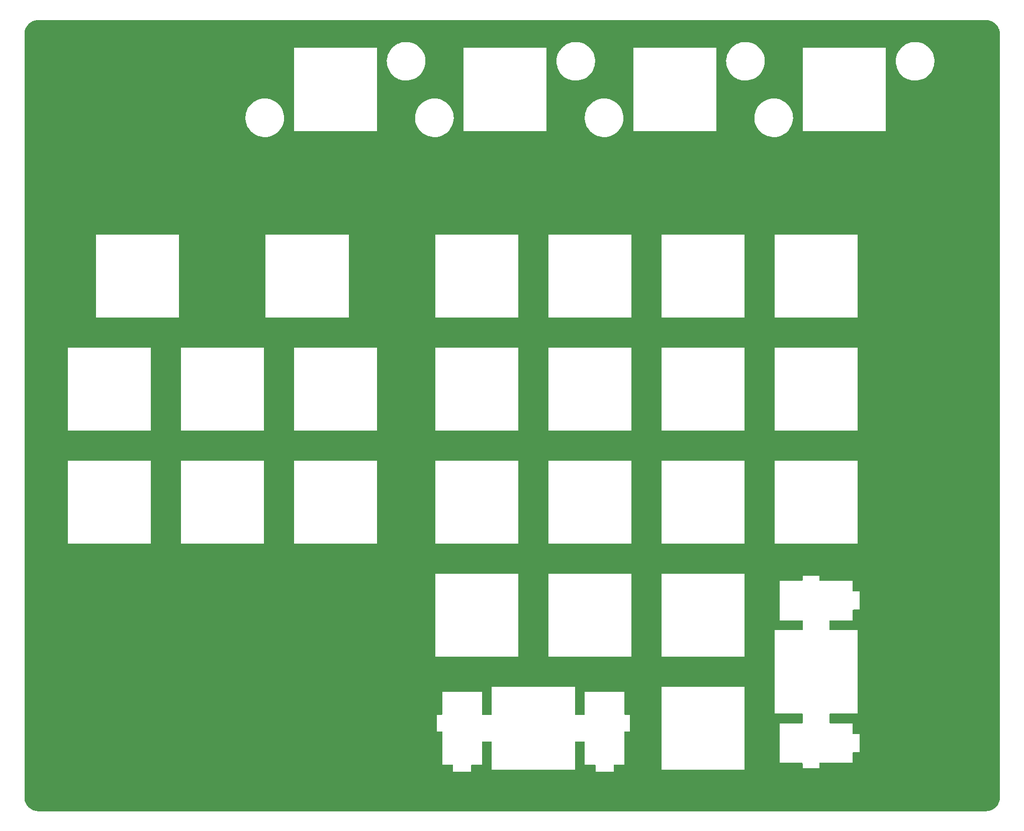
<source format=gbr>
%TF.GenerationSoftware,KiCad,Pcbnew,(7.0.0)*%
%TF.CreationDate,2023-04-09T14:12:24-07:00*%
%TF.ProjectId,SidecarXE85-plate,53696465-6361-4725-9845-38352d706c61,rev?*%
%TF.SameCoordinates,Original*%
%TF.FileFunction,Copper,L2,Bot*%
%TF.FilePolarity,Positive*%
%FSLAX46Y46*%
G04 Gerber Fmt 4.6, Leading zero omitted, Abs format (unit mm)*
G04 Created by KiCad (PCBNEW (7.0.0)) date 2023-04-09 14:12:24*
%MOMM*%
%LPD*%
G01*
G04 APERTURE LIST*
G04 APERTURE END LIST*
%TA.AperFunction,Conductor*%
%TO.N,GND*%
G36*
X185741235Y-28575726D02*
G01*
X185758225Y-28576753D01*
X185833310Y-28581295D01*
X185833577Y-28581312D01*
X186025791Y-28593941D01*
X186039994Y-28595702D01*
X186162762Y-28618200D01*
X186164562Y-28618544D01*
X186320791Y-28649620D01*
X186333435Y-28652837D01*
X186460125Y-28692315D01*
X186462881Y-28693213D01*
X186606385Y-28741925D01*
X186617411Y-28746266D01*
X186741168Y-28801964D01*
X186745044Y-28803791D01*
X186878115Y-28869414D01*
X186887421Y-28874509D01*
X187004837Y-28945488D01*
X187009559Y-28948490D01*
X187131729Y-29030120D01*
X187139270Y-29035582D01*
X187247876Y-29120667D01*
X187253135Y-29125028D01*
X187363143Y-29221500D01*
X187369040Y-29227024D01*
X187466727Y-29324708D01*
X187472274Y-29330630D01*
X187568733Y-29440618D01*
X187573116Y-29445904D01*
X187658173Y-29554469D01*
X187663664Y-29562051D01*
X187745277Y-29684190D01*
X187748292Y-29688931D01*
X187819259Y-29806322D01*
X187824354Y-29815627D01*
X187889972Y-29948679D01*
X187891836Y-29952633D01*
X187947514Y-30076342D01*
X187951858Y-30087374D01*
X188000536Y-30230768D01*
X188001501Y-30233735D01*
X188040940Y-30360288D01*
X188044173Y-30372988D01*
X188075236Y-30529142D01*
X188075587Y-30530981D01*
X188098081Y-30653714D01*
X188099847Y-30667955D01*
X188112881Y-30866745D01*
X188112921Y-30867368D01*
X188118024Y-30951694D01*
X188118250Y-30959184D01*
X188118250Y-159539995D01*
X188118024Y-159547486D01*
X188112083Y-159645654D01*
X188112045Y-159646256D01*
X188099949Y-159831201D01*
X188098182Y-159845461D01*
X188074353Y-159975481D01*
X188074001Y-159977322D01*
X188044402Y-160126106D01*
X188041170Y-160138804D01*
X188000288Y-160269992D01*
X187999322Y-160272961D01*
X187952239Y-160411654D01*
X187947895Y-160422685D01*
X187890620Y-160549941D01*
X187888756Y-160553895D01*
X187824919Y-160683338D01*
X187819824Y-160692643D01*
X187747091Y-160812956D01*
X187744076Y-160817697D01*
X187664452Y-160936859D01*
X187658960Y-160944442D01*
X187571947Y-161055502D01*
X187567566Y-161060787D01*
X187473330Y-161168241D01*
X187467782Y-161174163D01*
X187367932Y-161274011D01*
X187362010Y-161279558D01*
X187254542Y-161373803D01*
X187249256Y-161378186D01*
X187138209Y-161465184D01*
X187130627Y-161470675D01*
X187011433Y-161550317D01*
X187006692Y-161553331D01*
X186886409Y-161626044D01*
X186877103Y-161631140D01*
X186747638Y-161694984D01*
X186743686Y-161696847D01*
X186616442Y-161754114D01*
X186605408Y-161758458D01*
X186466690Y-161805545D01*
X186463723Y-161806511D01*
X186332555Y-161847384D01*
X186319856Y-161850615D01*
X186171090Y-161880206D01*
X186169250Y-161880558D01*
X186039185Y-161904393D01*
X186024944Y-161906159D01*
X185846568Y-161917850D01*
X185845946Y-161917889D01*
X185740410Y-161924274D01*
X185732922Y-161924500D01*
X26197501Y-161924500D01*
X26190015Y-161924274D01*
X26183272Y-161923866D01*
X26095223Y-161918539D01*
X26094602Y-161918500D01*
X25905872Y-161906130D01*
X25891630Y-161904364D01*
X25765244Y-161881203D01*
X25763405Y-161880851D01*
X25610939Y-161850524D01*
X25598239Y-161847292D01*
X25469357Y-161807130D01*
X25466390Y-161806164D01*
X25325360Y-161758291D01*
X25314327Y-161753948D01*
X25188830Y-161697467D01*
X25184877Y-161695603D01*
X25053641Y-161630884D01*
X25044336Y-161625789D01*
X24925477Y-161553937D01*
X24920735Y-161550922D01*
X24800082Y-161470304D01*
X24792499Y-161464812D01*
X24682685Y-161378777D01*
X24677401Y-161374396D01*
X24568681Y-161279052D01*
X24562758Y-161273504D01*
X24463994Y-161174740D01*
X24458446Y-161168817D01*
X24363102Y-161060097D01*
X24358721Y-161054813D01*
X24272686Y-160944999D01*
X24267194Y-160937416D01*
X24266822Y-160936859D01*
X24186559Y-160816737D01*
X24183561Y-160812021D01*
X24111709Y-160693162D01*
X24106614Y-160683857D01*
X24106358Y-160683338D01*
X24041875Y-160552578D01*
X24040051Y-160548711D01*
X23983549Y-160423169D01*
X23979207Y-160412138D01*
X23931334Y-160271108D01*
X23930368Y-160268141D01*
X23921349Y-160239201D01*
X23890203Y-160139249D01*
X23886977Y-160126571D01*
X23856635Y-159974030D01*
X23856295Y-159972254D01*
X23833134Y-159845868D01*
X23831369Y-159831626D01*
X23818998Y-159642885D01*
X23818970Y-159642452D01*
X23813225Y-159547485D01*
X23813000Y-159540001D01*
X23813000Y-148463000D01*
X93320559Y-148463000D01*
X93320600Y-148463099D01*
X93320717Y-148463383D01*
X93321100Y-148463541D01*
X93321199Y-148463500D01*
X94083000Y-148463500D01*
X94145000Y-148480113D01*
X94190387Y-148525500D01*
X94207000Y-148587500D01*
X94207000Y-154101701D01*
X94206959Y-154101800D01*
X94207000Y-154101899D01*
X94207117Y-154102183D01*
X94207500Y-154102341D01*
X94207599Y-154102300D01*
X95889000Y-154102300D01*
X95951000Y-154118913D01*
X95996387Y-154164300D01*
X96013000Y-154226300D01*
X96013000Y-155270101D01*
X96012959Y-155270200D01*
X96013000Y-155270299D01*
X96013117Y-155270583D01*
X96013500Y-155270741D01*
X96013599Y-155270700D01*
X99061401Y-155270700D01*
X99061500Y-155270741D01*
X99061883Y-155270583D01*
X99062000Y-155270299D01*
X99062041Y-155270200D01*
X99062000Y-155270101D01*
X99062000Y-154226300D01*
X99078613Y-154164300D01*
X99124000Y-154118913D01*
X99186000Y-154102300D01*
X100867401Y-154102300D01*
X100867500Y-154102341D01*
X100867883Y-154102183D01*
X100868000Y-154101899D01*
X100868041Y-154101800D01*
X100868000Y-154101701D01*
X100868000Y-150329500D01*
X100884613Y-150267500D01*
X100930000Y-150222113D01*
X100992000Y-150205500D01*
X102413000Y-150205500D01*
X102475000Y-150222113D01*
X102520387Y-150267500D01*
X102537000Y-150329500D01*
X102537000Y-154954901D01*
X102536959Y-154955000D01*
X102537000Y-154955099D01*
X102537117Y-154955383D01*
X102537500Y-154955541D01*
X102537599Y-154955500D01*
X116537401Y-154955500D01*
X116537500Y-154955541D01*
X116537883Y-154955383D01*
X116538000Y-154955099D01*
X116538041Y-154955000D01*
X116538000Y-154954901D01*
X116538000Y-150329500D01*
X116554613Y-150267500D01*
X116600000Y-150222113D01*
X116662000Y-150205500D01*
X118083000Y-150205500D01*
X118145000Y-150222113D01*
X118190387Y-150267500D01*
X118207000Y-150329500D01*
X118207000Y-154101701D01*
X118206959Y-154101800D01*
X118207000Y-154101899D01*
X118207117Y-154102183D01*
X118207500Y-154102341D01*
X118207599Y-154102300D01*
X119889000Y-154102300D01*
X119951000Y-154118913D01*
X119996387Y-154164300D01*
X120013000Y-154226300D01*
X120013000Y-155270101D01*
X120012959Y-155270200D01*
X120013000Y-155270299D01*
X120013117Y-155270583D01*
X120013500Y-155270741D01*
X120013599Y-155270700D01*
X123061401Y-155270700D01*
X123061500Y-155270741D01*
X123061883Y-155270583D01*
X123062000Y-155270299D01*
X123062041Y-155270200D01*
X123062000Y-155270101D01*
X123062000Y-154955000D01*
X131111959Y-154955000D01*
X131112000Y-154955099D01*
X131112117Y-154955383D01*
X131112500Y-154955541D01*
X131112599Y-154955500D01*
X145112401Y-154955500D01*
X145112500Y-154955541D01*
X145112883Y-154955383D01*
X145113000Y-154955099D01*
X145113041Y-154955000D01*
X145113000Y-154954901D01*
X145113000Y-145430000D01*
X150161959Y-145430000D01*
X150162000Y-145430099D01*
X150162117Y-145430383D01*
X150162500Y-145430541D01*
X150162599Y-145430500D01*
X154788000Y-145430500D01*
X154850000Y-145447113D01*
X154895387Y-145492500D01*
X154912000Y-145554500D01*
X154912000Y-146975500D01*
X154895387Y-147037500D01*
X154850000Y-147082887D01*
X154788000Y-147099500D01*
X151015799Y-147099500D01*
X151015700Y-147099459D01*
X151015601Y-147099500D01*
X151015317Y-147099617D01*
X151015159Y-147100000D01*
X151015200Y-147100099D01*
X151015200Y-153759901D01*
X151015159Y-153760000D01*
X151015200Y-153760099D01*
X151015317Y-153760383D01*
X151015700Y-153760541D01*
X151015799Y-153760500D01*
X154752000Y-153760500D01*
X154814000Y-153777113D01*
X154859387Y-153822500D01*
X154876000Y-153884500D01*
X154876000Y-154646301D01*
X154875959Y-154646400D01*
X154876000Y-154646499D01*
X154876117Y-154646783D01*
X154876500Y-154646941D01*
X154876599Y-154646900D01*
X157670401Y-154646900D01*
X157670500Y-154646941D01*
X157670883Y-154646783D01*
X157671000Y-154646499D01*
X157671041Y-154646400D01*
X157671000Y-154646301D01*
X157671000Y-153884500D01*
X157687613Y-153822500D01*
X157733000Y-153777113D01*
X157795000Y-153760500D01*
X163309201Y-153760500D01*
X163309300Y-153760541D01*
X163309683Y-153760383D01*
X163309800Y-153760099D01*
X163309841Y-153760000D01*
X163309800Y-153759901D01*
X163309800Y-152078500D01*
X163326413Y-152016500D01*
X163371800Y-151971113D01*
X163433800Y-151954500D01*
X164477601Y-151954500D01*
X164477700Y-151954541D01*
X164478083Y-151954383D01*
X164478200Y-151954099D01*
X164478241Y-151954000D01*
X164478200Y-151953901D01*
X164478200Y-148906099D01*
X164478241Y-148906000D01*
X164478083Y-148905617D01*
X164477799Y-148905500D01*
X164477700Y-148905459D01*
X164477601Y-148905500D01*
X163433800Y-148905500D01*
X163371800Y-148888887D01*
X163326413Y-148843500D01*
X163309800Y-148781500D01*
X163309800Y-147112025D01*
X163309800Y-147100099D01*
X163309841Y-147100000D01*
X163309683Y-147099617D01*
X163309399Y-147099500D01*
X163309300Y-147099459D01*
X163309201Y-147099500D01*
X159537000Y-147099500D01*
X159475000Y-147082887D01*
X159429613Y-147037500D01*
X159413000Y-146975500D01*
X159413000Y-145554500D01*
X159429613Y-145492500D01*
X159475000Y-145447113D01*
X159537000Y-145430500D01*
X164162401Y-145430500D01*
X164162500Y-145430541D01*
X164162883Y-145430383D01*
X164163000Y-145430099D01*
X164163041Y-145430000D01*
X164163000Y-145429901D01*
X164163000Y-131430099D01*
X164163041Y-131430000D01*
X164162883Y-131429617D01*
X164162599Y-131429500D01*
X164162500Y-131429459D01*
X164162401Y-131429500D01*
X159537000Y-131429500D01*
X159475000Y-131412887D01*
X159429613Y-131367500D01*
X159413000Y-131305500D01*
X159413000Y-129884500D01*
X159429613Y-129822500D01*
X159475000Y-129777113D01*
X159537000Y-129760500D01*
X163309201Y-129760500D01*
X163309300Y-129760541D01*
X163309683Y-129760383D01*
X163309800Y-129760099D01*
X163309841Y-129760000D01*
X163309800Y-129759901D01*
X163309800Y-128078500D01*
X163326413Y-128016500D01*
X163371800Y-127971113D01*
X163433800Y-127954500D01*
X164477601Y-127954500D01*
X164477700Y-127954541D01*
X164478083Y-127954383D01*
X164478200Y-127954099D01*
X164478241Y-127954000D01*
X164478200Y-127953901D01*
X164478200Y-124906099D01*
X164478241Y-124906000D01*
X164478083Y-124905617D01*
X164477799Y-124905500D01*
X164477700Y-124905459D01*
X164477601Y-124905500D01*
X163433800Y-124905500D01*
X163371800Y-124888887D01*
X163326413Y-124843500D01*
X163309800Y-124781500D01*
X163309800Y-123112025D01*
X163309800Y-123100099D01*
X163309841Y-123100000D01*
X163309683Y-123099617D01*
X163309399Y-123099500D01*
X163309300Y-123099459D01*
X163309201Y-123099500D01*
X157795000Y-123099500D01*
X157733000Y-123082887D01*
X157687613Y-123037500D01*
X157671000Y-122975500D01*
X157671000Y-122225625D01*
X157671000Y-122213699D01*
X157671041Y-122213600D01*
X157670883Y-122213217D01*
X157670599Y-122213100D01*
X157670500Y-122213059D01*
X157670401Y-122213100D01*
X154876599Y-122213100D01*
X154876500Y-122213059D01*
X154876401Y-122213100D01*
X154876117Y-122213217D01*
X154875959Y-122213600D01*
X154876000Y-122213699D01*
X154876000Y-122225625D01*
X154876000Y-122975500D01*
X154859387Y-123037500D01*
X154814000Y-123082887D01*
X154752000Y-123099500D01*
X151015799Y-123099500D01*
X151015700Y-123099459D01*
X151015601Y-123099500D01*
X151015317Y-123099617D01*
X151015159Y-123100000D01*
X151015200Y-123100099D01*
X151015200Y-129759901D01*
X151015159Y-129760000D01*
X151015200Y-129760099D01*
X151015317Y-129760383D01*
X151015700Y-129760541D01*
X151015799Y-129760500D01*
X154788000Y-129760500D01*
X154850000Y-129777113D01*
X154895387Y-129822500D01*
X154912000Y-129884500D01*
X154912000Y-131305500D01*
X154895387Y-131367500D01*
X154850000Y-131412887D01*
X154788000Y-131429500D01*
X150162599Y-131429500D01*
X150162500Y-131429459D01*
X150162401Y-131429500D01*
X150162117Y-131429617D01*
X150161959Y-131430000D01*
X150162000Y-131430099D01*
X150162000Y-145429901D01*
X150161959Y-145430000D01*
X145113000Y-145430000D01*
X145113000Y-140955099D01*
X145113041Y-140955000D01*
X145112883Y-140954617D01*
X145112599Y-140954500D01*
X145112500Y-140954459D01*
X145112401Y-140954500D01*
X131112599Y-140954500D01*
X131112500Y-140954459D01*
X131112401Y-140954500D01*
X131112117Y-140954617D01*
X131111959Y-140955000D01*
X131112000Y-140955099D01*
X131112000Y-154954901D01*
X131111959Y-154955000D01*
X123062000Y-154955000D01*
X123062000Y-154226300D01*
X123078613Y-154164300D01*
X123124000Y-154118913D01*
X123186000Y-154102300D01*
X124867401Y-154102300D01*
X124867500Y-154102341D01*
X124867883Y-154102183D01*
X124868000Y-154101899D01*
X124868041Y-154101800D01*
X124868000Y-154101701D01*
X124868000Y-148587500D01*
X124884613Y-148525500D01*
X124930000Y-148480113D01*
X124992000Y-148463500D01*
X125753801Y-148463500D01*
X125753900Y-148463541D01*
X125754283Y-148463383D01*
X125754400Y-148463099D01*
X125754441Y-148463000D01*
X125754400Y-148462901D01*
X125754400Y-145669099D01*
X125754441Y-145669000D01*
X125754283Y-145668617D01*
X125753999Y-145668500D01*
X125753900Y-145668459D01*
X125753801Y-145668500D01*
X124992000Y-145668500D01*
X124930000Y-145651887D01*
X124884613Y-145606500D01*
X124868000Y-145544500D01*
X124868000Y-141820225D01*
X124868000Y-141808299D01*
X124868041Y-141808200D01*
X124867883Y-141807817D01*
X124867599Y-141807700D01*
X124867500Y-141807659D01*
X124867401Y-141807700D01*
X118207599Y-141807700D01*
X118207500Y-141807659D01*
X118207401Y-141807700D01*
X118207117Y-141807817D01*
X118206959Y-141808200D01*
X118207000Y-141808299D01*
X118207000Y-141820225D01*
X118207000Y-145580500D01*
X118190387Y-145642500D01*
X118145000Y-145687887D01*
X118083000Y-145704500D01*
X116662000Y-145704500D01*
X116600000Y-145687887D01*
X116554613Y-145642500D01*
X116538000Y-145580500D01*
X116538000Y-140967025D01*
X116538000Y-140955099D01*
X116538041Y-140955000D01*
X116537883Y-140954617D01*
X116537599Y-140954500D01*
X116537500Y-140954459D01*
X116537401Y-140954500D01*
X102537599Y-140954500D01*
X102537500Y-140954459D01*
X102537401Y-140954500D01*
X102537117Y-140954617D01*
X102536959Y-140955000D01*
X102537000Y-140955099D01*
X102537000Y-140967025D01*
X102537000Y-145580500D01*
X102520387Y-145642500D01*
X102475000Y-145687887D01*
X102413000Y-145704500D01*
X100992000Y-145704500D01*
X100930000Y-145687887D01*
X100884613Y-145642500D01*
X100868000Y-145580500D01*
X100868000Y-141820225D01*
X100868000Y-141808299D01*
X100868041Y-141808200D01*
X100867883Y-141807817D01*
X100867599Y-141807700D01*
X100867500Y-141807659D01*
X100867401Y-141807700D01*
X94207599Y-141807700D01*
X94207500Y-141807659D01*
X94207401Y-141807700D01*
X94207117Y-141807817D01*
X94206959Y-141808200D01*
X94207000Y-141808299D01*
X94207000Y-141820225D01*
X94207000Y-145544500D01*
X94190387Y-145606500D01*
X94145000Y-145651887D01*
X94083000Y-145668500D01*
X93321199Y-145668500D01*
X93321100Y-145668459D01*
X93321001Y-145668500D01*
X93320717Y-145668617D01*
X93320559Y-145669000D01*
X93320600Y-145669099D01*
X93320600Y-148462901D01*
X93320559Y-148463000D01*
X23813000Y-148463000D01*
X23813000Y-135905000D01*
X93011959Y-135905000D01*
X93012000Y-135905099D01*
X93012117Y-135905383D01*
X93012500Y-135905541D01*
X93012599Y-135905500D01*
X107012401Y-135905500D01*
X107012500Y-135905541D01*
X107012883Y-135905383D01*
X107013000Y-135905099D01*
X107013041Y-135905000D01*
X112061959Y-135905000D01*
X112062000Y-135905099D01*
X112062117Y-135905383D01*
X112062500Y-135905541D01*
X112062599Y-135905500D01*
X126062401Y-135905500D01*
X126062500Y-135905541D01*
X126062883Y-135905383D01*
X126063000Y-135905099D01*
X126063041Y-135905000D01*
X131111959Y-135905000D01*
X131112000Y-135905099D01*
X131112117Y-135905383D01*
X131112500Y-135905541D01*
X131112599Y-135905500D01*
X145112401Y-135905500D01*
X145112500Y-135905541D01*
X145112883Y-135905383D01*
X145113000Y-135905099D01*
X145113041Y-135905000D01*
X145113000Y-135904901D01*
X145113000Y-121905099D01*
X145113041Y-121905000D01*
X145112883Y-121904617D01*
X145112599Y-121904500D01*
X145112500Y-121904459D01*
X145112401Y-121904500D01*
X131112599Y-121904500D01*
X131112500Y-121904459D01*
X131112401Y-121904500D01*
X131112117Y-121904617D01*
X131111959Y-121905000D01*
X131112000Y-121905099D01*
X131112000Y-135904901D01*
X131111959Y-135905000D01*
X126063041Y-135905000D01*
X126063000Y-135904901D01*
X126063000Y-121905099D01*
X126063041Y-121905000D01*
X126062883Y-121904617D01*
X126062599Y-121904500D01*
X126062500Y-121904459D01*
X126062401Y-121904500D01*
X112062599Y-121904500D01*
X112062500Y-121904459D01*
X112062401Y-121904500D01*
X112062117Y-121904617D01*
X112061959Y-121905000D01*
X112062000Y-121905099D01*
X112062000Y-135904901D01*
X112061959Y-135905000D01*
X107013041Y-135905000D01*
X107013000Y-135904901D01*
X107013000Y-121905099D01*
X107013041Y-121905000D01*
X107012883Y-121904617D01*
X107012599Y-121904500D01*
X107012500Y-121904459D01*
X107012401Y-121904500D01*
X93012599Y-121904500D01*
X93012500Y-121904459D01*
X93012401Y-121904500D01*
X93012117Y-121904617D01*
X93011959Y-121905000D01*
X93012000Y-121905099D01*
X93012000Y-135904901D01*
X93011959Y-135905000D01*
X23813000Y-135905000D01*
X23813000Y-116855000D01*
X31099459Y-116855000D01*
X31099500Y-116855099D01*
X31099617Y-116855383D01*
X31100000Y-116855541D01*
X31100099Y-116855500D01*
X45099901Y-116855500D01*
X45100000Y-116855541D01*
X45100383Y-116855383D01*
X45100500Y-116855099D01*
X45100541Y-116855000D01*
X50149459Y-116855000D01*
X50149500Y-116855099D01*
X50149617Y-116855383D01*
X50150000Y-116855541D01*
X50150099Y-116855500D01*
X64149901Y-116855500D01*
X64150000Y-116855541D01*
X64150383Y-116855383D01*
X64150500Y-116855099D01*
X64150541Y-116855000D01*
X69199459Y-116855000D01*
X69199500Y-116855099D01*
X69199617Y-116855383D01*
X69200000Y-116855541D01*
X69200099Y-116855500D01*
X83199901Y-116855500D01*
X83200000Y-116855541D01*
X83200383Y-116855383D01*
X83200500Y-116855099D01*
X83200541Y-116855000D01*
X93011959Y-116855000D01*
X93012000Y-116855099D01*
X93012117Y-116855383D01*
X93012500Y-116855541D01*
X93012599Y-116855500D01*
X107012401Y-116855500D01*
X107012500Y-116855541D01*
X107012883Y-116855383D01*
X107013000Y-116855099D01*
X107013041Y-116855000D01*
X112061959Y-116855000D01*
X112062000Y-116855099D01*
X112062117Y-116855383D01*
X112062500Y-116855541D01*
X112062599Y-116855500D01*
X126062401Y-116855500D01*
X126062500Y-116855541D01*
X126062883Y-116855383D01*
X126063000Y-116855099D01*
X126063041Y-116855000D01*
X131111959Y-116855000D01*
X131112000Y-116855099D01*
X131112117Y-116855383D01*
X131112500Y-116855541D01*
X131112599Y-116855500D01*
X145112401Y-116855500D01*
X145112500Y-116855541D01*
X145112883Y-116855383D01*
X145113000Y-116855099D01*
X145113041Y-116855000D01*
X150161959Y-116855000D01*
X150162000Y-116855099D01*
X150162117Y-116855383D01*
X150162500Y-116855541D01*
X150162599Y-116855500D01*
X164162401Y-116855500D01*
X164162500Y-116855541D01*
X164162883Y-116855383D01*
X164163000Y-116855099D01*
X164163041Y-116855000D01*
X164163000Y-116854901D01*
X164163000Y-102855099D01*
X164163041Y-102855000D01*
X164162883Y-102854617D01*
X164162599Y-102854500D01*
X164162500Y-102854459D01*
X164162401Y-102854500D01*
X150162599Y-102854500D01*
X150162500Y-102854459D01*
X150162401Y-102854500D01*
X150162117Y-102854617D01*
X150161959Y-102855000D01*
X150162000Y-102855099D01*
X150162000Y-116854901D01*
X150161959Y-116855000D01*
X145113041Y-116855000D01*
X145113000Y-116854901D01*
X145113000Y-102855099D01*
X145113041Y-102855000D01*
X145112883Y-102854617D01*
X145112599Y-102854500D01*
X145112500Y-102854459D01*
X145112401Y-102854500D01*
X131112599Y-102854500D01*
X131112500Y-102854459D01*
X131112401Y-102854500D01*
X131112117Y-102854617D01*
X131111959Y-102855000D01*
X131112000Y-102855099D01*
X131112000Y-116854901D01*
X131111959Y-116855000D01*
X126063041Y-116855000D01*
X126063000Y-116854901D01*
X126063000Y-102855099D01*
X126063041Y-102855000D01*
X126062883Y-102854617D01*
X126062599Y-102854500D01*
X126062500Y-102854459D01*
X126062401Y-102854500D01*
X112062599Y-102854500D01*
X112062500Y-102854459D01*
X112062401Y-102854500D01*
X112062117Y-102854617D01*
X112061959Y-102855000D01*
X112062000Y-102855099D01*
X112062000Y-116854901D01*
X112061959Y-116855000D01*
X107013041Y-116855000D01*
X107013000Y-116854901D01*
X107013000Y-102855099D01*
X107013041Y-102855000D01*
X107012883Y-102854617D01*
X107012599Y-102854500D01*
X107012500Y-102854459D01*
X107012401Y-102854500D01*
X93012599Y-102854500D01*
X93012500Y-102854459D01*
X93012401Y-102854500D01*
X93012117Y-102854617D01*
X93011959Y-102855000D01*
X93012000Y-102855099D01*
X93012000Y-116854901D01*
X93011959Y-116855000D01*
X83200541Y-116855000D01*
X83200500Y-116854901D01*
X83200500Y-102855099D01*
X83200541Y-102855000D01*
X83200383Y-102854617D01*
X83200099Y-102854500D01*
X83200000Y-102854459D01*
X83199901Y-102854500D01*
X69200099Y-102854500D01*
X69200000Y-102854459D01*
X69199901Y-102854500D01*
X69199617Y-102854617D01*
X69199459Y-102855000D01*
X69199500Y-102855099D01*
X69199500Y-116854901D01*
X69199459Y-116855000D01*
X64150541Y-116855000D01*
X64150500Y-116854901D01*
X64150500Y-102855099D01*
X64150541Y-102855000D01*
X64150383Y-102854617D01*
X64150099Y-102854500D01*
X64150000Y-102854459D01*
X64149901Y-102854500D01*
X50150099Y-102854500D01*
X50150000Y-102854459D01*
X50149901Y-102854500D01*
X50149617Y-102854617D01*
X50149459Y-102855000D01*
X50149500Y-102855099D01*
X50149500Y-116854901D01*
X50149459Y-116855000D01*
X45100541Y-116855000D01*
X45100500Y-116854901D01*
X45100500Y-102855099D01*
X45100541Y-102855000D01*
X45100383Y-102854617D01*
X45100099Y-102854500D01*
X45100000Y-102854459D01*
X45099901Y-102854500D01*
X31100099Y-102854500D01*
X31100000Y-102854459D01*
X31099901Y-102854500D01*
X31099617Y-102854617D01*
X31099459Y-102855000D01*
X31099500Y-102855099D01*
X31099500Y-116854901D01*
X31099459Y-116855000D01*
X23813000Y-116855000D01*
X23813000Y-97805000D01*
X31099459Y-97805000D01*
X31099500Y-97805099D01*
X31099617Y-97805383D01*
X31100000Y-97805541D01*
X31100099Y-97805500D01*
X45099901Y-97805500D01*
X45100000Y-97805541D01*
X45100383Y-97805383D01*
X45100500Y-97805099D01*
X45100541Y-97805000D01*
X50149459Y-97805000D01*
X50149500Y-97805099D01*
X50149617Y-97805383D01*
X50150000Y-97805541D01*
X50150099Y-97805500D01*
X64149901Y-97805500D01*
X64150000Y-97805541D01*
X64150383Y-97805383D01*
X64150500Y-97805099D01*
X64150541Y-97805000D01*
X69199459Y-97805000D01*
X69199500Y-97805099D01*
X69199617Y-97805383D01*
X69200000Y-97805541D01*
X69200099Y-97805500D01*
X83199901Y-97805500D01*
X83200000Y-97805541D01*
X83200383Y-97805383D01*
X83200500Y-97805099D01*
X83200541Y-97805000D01*
X93011959Y-97805000D01*
X93012000Y-97805099D01*
X93012117Y-97805383D01*
X93012500Y-97805541D01*
X93012599Y-97805500D01*
X107012401Y-97805500D01*
X107012500Y-97805541D01*
X107012883Y-97805383D01*
X107013000Y-97805099D01*
X107013041Y-97805000D01*
X112061959Y-97805000D01*
X112062000Y-97805099D01*
X112062117Y-97805383D01*
X112062500Y-97805541D01*
X112062599Y-97805500D01*
X126062401Y-97805500D01*
X126062500Y-97805541D01*
X126062883Y-97805383D01*
X126063000Y-97805099D01*
X126063041Y-97805000D01*
X131111959Y-97805000D01*
X131112000Y-97805099D01*
X131112117Y-97805383D01*
X131112500Y-97805541D01*
X131112599Y-97805500D01*
X145112401Y-97805500D01*
X145112500Y-97805541D01*
X145112883Y-97805383D01*
X145113000Y-97805099D01*
X145113041Y-97805000D01*
X150161959Y-97805000D01*
X150162000Y-97805099D01*
X150162117Y-97805383D01*
X150162500Y-97805541D01*
X150162599Y-97805500D01*
X164162401Y-97805500D01*
X164162500Y-97805541D01*
X164162883Y-97805383D01*
X164163000Y-97805099D01*
X164163041Y-97805000D01*
X164163000Y-97804901D01*
X164163000Y-83805099D01*
X164163041Y-83805000D01*
X164162883Y-83804617D01*
X164162599Y-83804500D01*
X164162500Y-83804459D01*
X164162401Y-83804500D01*
X150162599Y-83804500D01*
X150162500Y-83804459D01*
X150162401Y-83804500D01*
X150162117Y-83804617D01*
X150161959Y-83805000D01*
X150162000Y-83805099D01*
X150162000Y-97804901D01*
X150161959Y-97805000D01*
X145113041Y-97805000D01*
X145113000Y-97804901D01*
X145113000Y-83805099D01*
X145113041Y-83805000D01*
X145112883Y-83804617D01*
X145112599Y-83804500D01*
X145112500Y-83804459D01*
X145112401Y-83804500D01*
X131112599Y-83804500D01*
X131112500Y-83804459D01*
X131112401Y-83804500D01*
X131112117Y-83804617D01*
X131111959Y-83805000D01*
X131112000Y-83805099D01*
X131112000Y-97804901D01*
X131111959Y-97805000D01*
X126063041Y-97805000D01*
X126063000Y-97804901D01*
X126063000Y-83805099D01*
X126063041Y-83805000D01*
X126062883Y-83804617D01*
X126062599Y-83804500D01*
X126062500Y-83804459D01*
X126062401Y-83804500D01*
X112062599Y-83804500D01*
X112062500Y-83804459D01*
X112062401Y-83804500D01*
X112062117Y-83804617D01*
X112061959Y-83805000D01*
X112062000Y-83805099D01*
X112062000Y-97804901D01*
X112061959Y-97805000D01*
X107013041Y-97805000D01*
X107013000Y-97804901D01*
X107013000Y-83805099D01*
X107013041Y-83805000D01*
X107012883Y-83804617D01*
X107012599Y-83804500D01*
X107012500Y-83804459D01*
X107012401Y-83804500D01*
X93012599Y-83804500D01*
X93012500Y-83804459D01*
X93012401Y-83804500D01*
X93012117Y-83804617D01*
X93011959Y-83805000D01*
X93012000Y-83805099D01*
X93012000Y-97804901D01*
X93011959Y-97805000D01*
X83200541Y-97805000D01*
X83200500Y-97804901D01*
X83200500Y-83805099D01*
X83200541Y-83805000D01*
X83200383Y-83804617D01*
X83200099Y-83804500D01*
X83200000Y-83804459D01*
X83199901Y-83804500D01*
X69200099Y-83804500D01*
X69200000Y-83804459D01*
X69199901Y-83804500D01*
X69199617Y-83804617D01*
X69199459Y-83805000D01*
X69199500Y-83805099D01*
X69199500Y-97804901D01*
X69199459Y-97805000D01*
X64150541Y-97805000D01*
X64150500Y-97804901D01*
X64150500Y-83805099D01*
X64150541Y-83805000D01*
X64150383Y-83804617D01*
X64150099Y-83804500D01*
X64150000Y-83804459D01*
X64149901Y-83804500D01*
X50150099Y-83804500D01*
X50150000Y-83804459D01*
X50149901Y-83804500D01*
X50149617Y-83804617D01*
X50149459Y-83805000D01*
X50149500Y-83805099D01*
X50149500Y-97804901D01*
X50149459Y-97805000D01*
X45100541Y-97805000D01*
X45100500Y-97804901D01*
X45100500Y-83805099D01*
X45100541Y-83805000D01*
X45100383Y-83804617D01*
X45100099Y-83804500D01*
X45100000Y-83804459D01*
X45099901Y-83804500D01*
X31100099Y-83804500D01*
X31100000Y-83804459D01*
X31099901Y-83804500D01*
X31099617Y-83804617D01*
X31099459Y-83805000D01*
X31099500Y-83805099D01*
X31099500Y-97804901D01*
X31099459Y-97805000D01*
X23813000Y-97805000D01*
X23813000Y-78755000D01*
X35861959Y-78755000D01*
X35862000Y-78755099D01*
X35862117Y-78755383D01*
X35862500Y-78755541D01*
X35862599Y-78755500D01*
X49862401Y-78755500D01*
X49862500Y-78755541D01*
X49862883Y-78755383D01*
X49863000Y-78755099D01*
X49863041Y-78755000D01*
X64436959Y-78755000D01*
X64437000Y-78755099D01*
X64437117Y-78755383D01*
X64437500Y-78755541D01*
X64437599Y-78755500D01*
X78437401Y-78755500D01*
X78437500Y-78755541D01*
X78437883Y-78755383D01*
X78438000Y-78755099D01*
X78438041Y-78755000D01*
X93011959Y-78755000D01*
X93012000Y-78755099D01*
X93012117Y-78755383D01*
X93012500Y-78755541D01*
X93012599Y-78755500D01*
X107012401Y-78755500D01*
X107012500Y-78755541D01*
X107012883Y-78755383D01*
X107013000Y-78755099D01*
X107013041Y-78755000D01*
X112061959Y-78755000D01*
X112062000Y-78755099D01*
X112062117Y-78755383D01*
X112062500Y-78755541D01*
X112062599Y-78755500D01*
X126062401Y-78755500D01*
X126062500Y-78755541D01*
X126062883Y-78755383D01*
X126063000Y-78755099D01*
X126063041Y-78755000D01*
X131111959Y-78755000D01*
X131112000Y-78755099D01*
X131112117Y-78755383D01*
X131112500Y-78755541D01*
X131112599Y-78755500D01*
X145112401Y-78755500D01*
X145112500Y-78755541D01*
X145112883Y-78755383D01*
X145113000Y-78755099D01*
X145113041Y-78755000D01*
X150161959Y-78755000D01*
X150162000Y-78755099D01*
X150162117Y-78755383D01*
X150162500Y-78755541D01*
X150162599Y-78755500D01*
X164162401Y-78755500D01*
X164162500Y-78755541D01*
X164162883Y-78755383D01*
X164163000Y-78755099D01*
X164163041Y-78755000D01*
X164163000Y-78754901D01*
X164163000Y-64755099D01*
X164163041Y-64755000D01*
X164162883Y-64754617D01*
X164162599Y-64754500D01*
X164162500Y-64754459D01*
X164162401Y-64754500D01*
X150162599Y-64754500D01*
X150162500Y-64754459D01*
X150162401Y-64754500D01*
X150162117Y-64754617D01*
X150161959Y-64755000D01*
X150162000Y-64755099D01*
X150162000Y-78754901D01*
X150161959Y-78755000D01*
X145113041Y-78755000D01*
X145113000Y-78754901D01*
X145113000Y-64755099D01*
X145113041Y-64755000D01*
X145112883Y-64754617D01*
X145112599Y-64754500D01*
X145112500Y-64754459D01*
X145112401Y-64754500D01*
X131112599Y-64754500D01*
X131112500Y-64754459D01*
X131112401Y-64754500D01*
X131112117Y-64754617D01*
X131111959Y-64755000D01*
X131112000Y-64755099D01*
X131112000Y-78754901D01*
X131111959Y-78755000D01*
X126063041Y-78755000D01*
X126063000Y-78754901D01*
X126063000Y-64755099D01*
X126063041Y-64755000D01*
X126062883Y-64754617D01*
X126062599Y-64754500D01*
X126062500Y-64754459D01*
X126062401Y-64754500D01*
X112062599Y-64754500D01*
X112062500Y-64754459D01*
X112062401Y-64754500D01*
X112062117Y-64754617D01*
X112061959Y-64755000D01*
X112062000Y-64755099D01*
X112062000Y-78754901D01*
X112061959Y-78755000D01*
X107013041Y-78755000D01*
X107013000Y-78754901D01*
X107013000Y-64755099D01*
X107013041Y-64755000D01*
X107012883Y-64754617D01*
X107012599Y-64754500D01*
X107012500Y-64754459D01*
X107012401Y-64754500D01*
X93012599Y-64754500D01*
X93012500Y-64754459D01*
X93012401Y-64754500D01*
X93012117Y-64754617D01*
X93011959Y-64755000D01*
X93012000Y-64755099D01*
X93012000Y-78754901D01*
X93011959Y-78755000D01*
X78438041Y-78755000D01*
X78438000Y-78754901D01*
X78438000Y-64755099D01*
X78438041Y-64755000D01*
X78437883Y-64754617D01*
X78437599Y-64754500D01*
X78437500Y-64754459D01*
X78437401Y-64754500D01*
X64437599Y-64754500D01*
X64437500Y-64754459D01*
X64437401Y-64754500D01*
X64437117Y-64754617D01*
X64436959Y-64755000D01*
X64437000Y-64755099D01*
X64437000Y-78754901D01*
X64436959Y-78755000D01*
X49863041Y-78755000D01*
X49863000Y-78754901D01*
X49863000Y-64755099D01*
X49863041Y-64755000D01*
X49862883Y-64754617D01*
X49862599Y-64754500D01*
X49862500Y-64754459D01*
X49862401Y-64754500D01*
X35862599Y-64754500D01*
X35862500Y-64754459D01*
X35862401Y-64754500D01*
X35862117Y-64754617D01*
X35861959Y-64755000D01*
X35862000Y-64755099D01*
X35862000Y-78754901D01*
X35861959Y-78755000D01*
X23813000Y-78755000D01*
X23813000Y-44977798D01*
X61039543Y-44977798D01*
X61039637Y-44981211D01*
X61039637Y-44981215D01*
X61049331Y-45332911D01*
X61049332Y-45332923D01*
X61049426Y-45336332D01*
X61049893Y-45339705D01*
X61049895Y-45339720D01*
X61074617Y-45517998D01*
X61098691Y-45691603D01*
X61099526Y-45694902D01*
X61099528Y-45694910D01*
X61185901Y-46035991D01*
X61185903Y-46036000D01*
X61186739Y-46039298D01*
X61187936Y-46042496D01*
X61187937Y-46042498D01*
X61251442Y-46212114D01*
X61312502Y-46375197D01*
X61314047Y-46378251D01*
X61314048Y-46378252D01*
X61394607Y-46537441D01*
X61474454Y-46695221D01*
X61476317Y-46698074D01*
X61476322Y-46698081D01*
X61576107Y-46850813D01*
X61670628Y-46995488D01*
X61898643Y-47272352D01*
X61901086Y-47274728D01*
X61901091Y-47274734D01*
X62033141Y-47403194D01*
X62155731Y-47522451D01*
X62438772Y-47742751D01*
X62744330Y-47930577D01*
X63068696Y-48083649D01*
X63248175Y-48145264D01*
X63404702Y-48199000D01*
X63404705Y-48199000D01*
X63407933Y-48200109D01*
X63411262Y-48200855D01*
X63754579Y-48277794D01*
X63754582Y-48277794D01*
X63757922Y-48278543D01*
X64114415Y-48318000D01*
X64381642Y-48318000D01*
X64383345Y-48318000D01*
X64651875Y-48303185D01*
X65005654Y-48244150D01*
X65350791Y-48146554D01*
X65683096Y-48011583D01*
X65998537Y-47840875D01*
X66293284Y-47636502D01*
X66563760Y-47400945D01*
X66652083Y-47305000D01*
X69199459Y-47305000D01*
X69199500Y-47305099D01*
X69199617Y-47305383D01*
X69200000Y-47305541D01*
X69200099Y-47305500D01*
X83199901Y-47305500D01*
X83200000Y-47305541D01*
X83200383Y-47305383D01*
X83200500Y-47305099D01*
X83200541Y-47305000D01*
X83200500Y-47304901D01*
X83200500Y-44977798D01*
X89614543Y-44977798D01*
X89614637Y-44981211D01*
X89614637Y-44981215D01*
X89624331Y-45332911D01*
X89624332Y-45332923D01*
X89624426Y-45336332D01*
X89624893Y-45339705D01*
X89624895Y-45339720D01*
X89649617Y-45517998D01*
X89673691Y-45691603D01*
X89674526Y-45694902D01*
X89674528Y-45694910D01*
X89760901Y-46035991D01*
X89760903Y-46036000D01*
X89761739Y-46039298D01*
X89762936Y-46042496D01*
X89762937Y-46042498D01*
X89826442Y-46212114D01*
X89887502Y-46375197D01*
X89889047Y-46378251D01*
X89889048Y-46378252D01*
X89969607Y-46537441D01*
X90049454Y-46695221D01*
X90051317Y-46698074D01*
X90051322Y-46698081D01*
X90151107Y-46850813D01*
X90245628Y-46995488D01*
X90473643Y-47272352D01*
X90476086Y-47274728D01*
X90476091Y-47274734D01*
X90608141Y-47403194D01*
X90730731Y-47522451D01*
X91013772Y-47742751D01*
X91319330Y-47930577D01*
X91643696Y-48083649D01*
X91823175Y-48145264D01*
X91979702Y-48199000D01*
X91979705Y-48199000D01*
X91982933Y-48200109D01*
X91986262Y-48200855D01*
X92329579Y-48277794D01*
X92329582Y-48277794D01*
X92332922Y-48278543D01*
X92689415Y-48318000D01*
X92956642Y-48318000D01*
X92958345Y-48318000D01*
X93226875Y-48303185D01*
X93580654Y-48244150D01*
X93925791Y-48146554D01*
X94258096Y-48011583D01*
X94573537Y-47840875D01*
X94868284Y-47636502D01*
X95138760Y-47400945D01*
X95227083Y-47305000D01*
X97774459Y-47305000D01*
X97774500Y-47305099D01*
X97774617Y-47305383D01*
X97775000Y-47305541D01*
X97775099Y-47305500D01*
X111774901Y-47305500D01*
X111775000Y-47305541D01*
X111775383Y-47305383D01*
X111775500Y-47305099D01*
X111775541Y-47305000D01*
X111775500Y-47304901D01*
X111775500Y-44977798D01*
X118189543Y-44977798D01*
X118189637Y-44981211D01*
X118189637Y-44981215D01*
X118199331Y-45332911D01*
X118199332Y-45332923D01*
X118199426Y-45336332D01*
X118199893Y-45339705D01*
X118199895Y-45339720D01*
X118224617Y-45517998D01*
X118248691Y-45691603D01*
X118249526Y-45694902D01*
X118249528Y-45694910D01*
X118335901Y-46035991D01*
X118335903Y-46036000D01*
X118336739Y-46039298D01*
X118337936Y-46042496D01*
X118337937Y-46042498D01*
X118401442Y-46212114D01*
X118462502Y-46375197D01*
X118464047Y-46378251D01*
X118464048Y-46378252D01*
X118544607Y-46537441D01*
X118624454Y-46695221D01*
X118626317Y-46698074D01*
X118626322Y-46698081D01*
X118726107Y-46850813D01*
X118820628Y-46995488D01*
X119048643Y-47272352D01*
X119051086Y-47274728D01*
X119051091Y-47274734D01*
X119183141Y-47403194D01*
X119305731Y-47522451D01*
X119588772Y-47742751D01*
X119894330Y-47930577D01*
X120218696Y-48083649D01*
X120398175Y-48145264D01*
X120554702Y-48199000D01*
X120554705Y-48199000D01*
X120557933Y-48200109D01*
X120561262Y-48200855D01*
X120904579Y-48277794D01*
X120904582Y-48277794D01*
X120907922Y-48278543D01*
X121264415Y-48318000D01*
X121531642Y-48318000D01*
X121533345Y-48318000D01*
X121801875Y-48303185D01*
X122155654Y-48244150D01*
X122500791Y-48146554D01*
X122833096Y-48011583D01*
X123148537Y-47840875D01*
X123443284Y-47636502D01*
X123713760Y-47400945D01*
X123802083Y-47305000D01*
X126349459Y-47305000D01*
X126349500Y-47305099D01*
X126349617Y-47305383D01*
X126350000Y-47305541D01*
X126350099Y-47305500D01*
X140349901Y-47305500D01*
X140350000Y-47305541D01*
X140350383Y-47305383D01*
X140350500Y-47305099D01*
X140350541Y-47305000D01*
X140350500Y-47304901D01*
X140350500Y-44977798D01*
X146764543Y-44977798D01*
X146764637Y-44981211D01*
X146764637Y-44981215D01*
X146774331Y-45332911D01*
X146774332Y-45332923D01*
X146774426Y-45336332D01*
X146774893Y-45339705D01*
X146774895Y-45339720D01*
X146799617Y-45517998D01*
X146823691Y-45691603D01*
X146824526Y-45694902D01*
X146824528Y-45694910D01*
X146910901Y-46035991D01*
X146910903Y-46036000D01*
X146911739Y-46039298D01*
X146912936Y-46042496D01*
X146912937Y-46042498D01*
X146976442Y-46212114D01*
X147037502Y-46375197D01*
X147039047Y-46378251D01*
X147039048Y-46378252D01*
X147119607Y-46537441D01*
X147199454Y-46695221D01*
X147201317Y-46698074D01*
X147201322Y-46698081D01*
X147301107Y-46850813D01*
X147395628Y-46995488D01*
X147623643Y-47272352D01*
X147626086Y-47274728D01*
X147626091Y-47274734D01*
X147758141Y-47403194D01*
X147880731Y-47522451D01*
X148163772Y-47742751D01*
X148469330Y-47930577D01*
X148793696Y-48083649D01*
X148973175Y-48145264D01*
X149129702Y-48199000D01*
X149129705Y-48199000D01*
X149132933Y-48200109D01*
X149136262Y-48200855D01*
X149479579Y-48277794D01*
X149479582Y-48277794D01*
X149482922Y-48278543D01*
X149839415Y-48318000D01*
X150106642Y-48318000D01*
X150108345Y-48318000D01*
X150376875Y-48303185D01*
X150730654Y-48244150D01*
X151075791Y-48146554D01*
X151408096Y-48011583D01*
X151723537Y-47840875D01*
X152018284Y-47636502D01*
X152288760Y-47400945D01*
X152377083Y-47305000D01*
X154924459Y-47305000D01*
X154924500Y-47305099D01*
X154924617Y-47305383D01*
X154925000Y-47305541D01*
X154925099Y-47305500D01*
X168924901Y-47305500D01*
X168925000Y-47305541D01*
X168925383Y-47305383D01*
X168925500Y-47305099D01*
X168925541Y-47305000D01*
X168925500Y-47304901D01*
X168925500Y-35452798D01*
X170577043Y-35452798D01*
X170577137Y-35456211D01*
X170577137Y-35456215D01*
X170586831Y-35807911D01*
X170586832Y-35807923D01*
X170586926Y-35811332D01*
X170587393Y-35814705D01*
X170587395Y-35814720D01*
X170612117Y-35992998D01*
X170636191Y-36166603D01*
X170637026Y-36169902D01*
X170637028Y-36169910D01*
X170723401Y-36510991D01*
X170723403Y-36511000D01*
X170724239Y-36514298D01*
X170725436Y-36517496D01*
X170725437Y-36517498D01*
X170788942Y-36687114D01*
X170850002Y-36850197D01*
X170851547Y-36853251D01*
X170851548Y-36853252D01*
X170932107Y-37012441D01*
X171011954Y-37170221D01*
X171013817Y-37173074D01*
X171013822Y-37173081D01*
X171113607Y-37325813D01*
X171208128Y-37470488D01*
X171436143Y-37747352D01*
X171438586Y-37749728D01*
X171438591Y-37749734D01*
X171570641Y-37878194D01*
X171693231Y-37997451D01*
X171976272Y-38217751D01*
X172281830Y-38405577D01*
X172606196Y-38558649D01*
X172785675Y-38620264D01*
X172942202Y-38674000D01*
X172942205Y-38674000D01*
X172945433Y-38675109D01*
X172948762Y-38675855D01*
X173292079Y-38752794D01*
X173292082Y-38752794D01*
X173295422Y-38753543D01*
X173651915Y-38793000D01*
X173919142Y-38793000D01*
X173920845Y-38793000D01*
X174189375Y-38778185D01*
X174543154Y-38719150D01*
X174888291Y-38621554D01*
X175220596Y-38486583D01*
X175536037Y-38315875D01*
X175830784Y-38111502D01*
X176101260Y-37875945D01*
X176344181Y-37612062D01*
X176556598Y-37323059D01*
X176735933Y-37012441D01*
X176880009Y-36683981D01*
X176987077Y-36341664D01*
X177055838Y-35989647D01*
X177085457Y-35632202D01*
X177075574Y-35273668D01*
X177026309Y-34918397D01*
X176938261Y-34570702D01*
X176812498Y-34234803D01*
X176650546Y-33914779D01*
X176454372Y-33614512D01*
X176226357Y-33337648D01*
X176223913Y-33335270D01*
X176223908Y-33335265D01*
X175971720Y-33089933D01*
X175971716Y-33089929D01*
X175969269Y-33087549D01*
X175820232Y-32971549D01*
X175688929Y-32869351D01*
X175688925Y-32869348D01*
X175686228Y-32867249D01*
X175529776Y-32771078D01*
X175383578Y-32681210D01*
X175383570Y-32681206D01*
X175380670Y-32679423D01*
X175377584Y-32677967D01*
X175377581Y-32677965D01*
X175059406Y-32527815D01*
X175059407Y-32527815D01*
X175056304Y-32526351D01*
X175053065Y-32525239D01*
X175053060Y-32525237D01*
X174720297Y-32410999D01*
X174720282Y-32410994D01*
X174717067Y-32409891D01*
X174713749Y-32409147D01*
X174713737Y-32409144D01*
X174370420Y-32332205D01*
X174370403Y-32332202D01*
X174367078Y-32331457D01*
X174363678Y-32331080D01*
X174363668Y-32331079D01*
X174013997Y-32292377D01*
X174013985Y-32292376D01*
X174010585Y-32292000D01*
X173741655Y-32292000D01*
X173739979Y-32292092D01*
X173739959Y-32292093D01*
X173476527Y-32306627D01*
X173476521Y-32306627D01*
X173473125Y-32306815D01*
X173469781Y-32307373D01*
X173469763Y-32307375D01*
X173122715Y-32365287D01*
X173122700Y-32365290D01*
X173119346Y-32365850D01*
X173116069Y-32366776D01*
X173116054Y-32366780D01*
X172777503Y-32462514D01*
X172777494Y-32462517D01*
X172774209Y-32463446D01*
X172771037Y-32464734D01*
X172771035Y-32464735D01*
X172445078Y-32597127D01*
X172445065Y-32597132D01*
X172441904Y-32598417D01*
X172438907Y-32600038D01*
X172438894Y-32600045D01*
X172129473Y-32767495D01*
X172129458Y-32767503D01*
X172126463Y-32769125D01*
X172123649Y-32771075D01*
X172123646Y-32771078D01*
X171834525Y-32971549D01*
X171834509Y-32971560D01*
X171831716Y-32973498D01*
X171829150Y-32975732D01*
X171829138Y-32975742D01*
X171563822Y-33206805D01*
X171563808Y-33206817D01*
X171561240Y-33209055D01*
X171558931Y-33211562D01*
X171558923Y-33211571D01*
X171320630Y-33470426D01*
X171320617Y-33470440D01*
X171318319Y-33472938D01*
X171316298Y-33475686D01*
X171316296Y-33475690D01*
X171107926Y-33759186D01*
X171107918Y-33759197D01*
X171105902Y-33761941D01*
X171104196Y-33764895D01*
X171104192Y-33764902D01*
X170928276Y-34069598D01*
X170928272Y-34069605D01*
X170926567Y-34072559D01*
X170925197Y-34075680D01*
X170925194Y-34075688D01*
X170783865Y-34397885D01*
X170783860Y-34397895D01*
X170782491Y-34401019D01*
X170781470Y-34404283D01*
X170781469Y-34404286D01*
X170730420Y-34567501D01*
X170675423Y-34743336D01*
X170674769Y-34746683D01*
X170674768Y-34746688D01*
X170607316Y-35092001D01*
X170607314Y-35092014D01*
X170606662Y-35095353D01*
X170606380Y-35098747D01*
X170606379Y-35098760D01*
X170577326Y-35449381D01*
X170577043Y-35452798D01*
X168925500Y-35452798D01*
X168925500Y-33305099D01*
X168925541Y-33305000D01*
X168925383Y-33304617D01*
X168925099Y-33304500D01*
X168925000Y-33304459D01*
X168924901Y-33304500D01*
X154925099Y-33304500D01*
X154925000Y-33304459D01*
X154924901Y-33304500D01*
X154924617Y-33304617D01*
X154924459Y-33305000D01*
X154924500Y-33305099D01*
X154924500Y-47304901D01*
X154924459Y-47305000D01*
X152377083Y-47305000D01*
X152531681Y-47137062D01*
X152744098Y-46848059D01*
X152923433Y-46537441D01*
X153067509Y-46208981D01*
X153174577Y-45866664D01*
X153243338Y-45514647D01*
X153272957Y-45157202D01*
X153263074Y-44798668D01*
X153213809Y-44443397D01*
X153125761Y-44095702D01*
X152999998Y-43759803D01*
X152838046Y-43439779D01*
X152641872Y-43139512D01*
X152413857Y-42862648D01*
X152411413Y-42860270D01*
X152411408Y-42860265D01*
X152159220Y-42614933D01*
X152159216Y-42614929D01*
X152156769Y-42612549D01*
X152007732Y-42496549D01*
X151876429Y-42394351D01*
X151876425Y-42394348D01*
X151873728Y-42392249D01*
X151717276Y-42296078D01*
X151571078Y-42206210D01*
X151571070Y-42206206D01*
X151568170Y-42204423D01*
X151565084Y-42202967D01*
X151565081Y-42202965D01*
X151246906Y-42052815D01*
X151246907Y-42052815D01*
X151243804Y-42051351D01*
X151240565Y-42050239D01*
X151240560Y-42050237D01*
X150907797Y-41935999D01*
X150907782Y-41935994D01*
X150904567Y-41934891D01*
X150901249Y-41934147D01*
X150901237Y-41934144D01*
X150557920Y-41857205D01*
X150557903Y-41857202D01*
X150554578Y-41856457D01*
X150551178Y-41856080D01*
X150551168Y-41856079D01*
X150201497Y-41817377D01*
X150201485Y-41817376D01*
X150198085Y-41817000D01*
X149929155Y-41817000D01*
X149927479Y-41817092D01*
X149927459Y-41817093D01*
X149664027Y-41831627D01*
X149664021Y-41831627D01*
X149660625Y-41831815D01*
X149657281Y-41832373D01*
X149657263Y-41832375D01*
X149310215Y-41890287D01*
X149310200Y-41890290D01*
X149306846Y-41890850D01*
X149303569Y-41891776D01*
X149303554Y-41891780D01*
X148965003Y-41987514D01*
X148964994Y-41987517D01*
X148961709Y-41988446D01*
X148958537Y-41989734D01*
X148958535Y-41989735D01*
X148632578Y-42122127D01*
X148632565Y-42122132D01*
X148629404Y-42123417D01*
X148626407Y-42125038D01*
X148626394Y-42125045D01*
X148316973Y-42292495D01*
X148316958Y-42292503D01*
X148313963Y-42294125D01*
X148311149Y-42296075D01*
X148311146Y-42296078D01*
X148022025Y-42496549D01*
X148022009Y-42496560D01*
X148019216Y-42498498D01*
X148016650Y-42500732D01*
X148016638Y-42500742D01*
X147751322Y-42731805D01*
X147751308Y-42731817D01*
X147748740Y-42734055D01*
X147746431Y-42736562D01*
X147746423Y-42736571D01*
X147508130Y-42995426D01*
X147508117Y-42995440D01*
X147505819Y-42997938D01*
X147503798Y-43000686D01*
X147503796Y-43000690D01*
X147295426Y-43284186D01*
X147295418Y-43284197D01*
X147293402Y-43286941D01*
X147291696Y-43289895D01*
X147291692Y-43289902D01*
X147115776Y-43594598D01*
X147115772Y-43594605D01*
X147114067Y-43597559D01*
X147112697Y-43600680D01*
X147112694Y-43600688D01*
X146971365Y-43922885D01*
X146971360Y-43922895D01*
X146969991Y-43926019D01*
X146968970Y-43929283D01*
X146968969Y-43929286D01*
X146917920Y-44092501D01*
X146862923Y-44268336D01*
X146862269Y-44271683D01*
X146862268Y-44271688D01*
X146794816Y-44617001D01*
X146794814Y-44617014D01*
X146794162Y-44620353D01*
X146793880Y-44623747D01*
X146793879Y-44623760D01*
X146764826Y-44974381D01*
X146764543Y-44977798D01*
X140350500Y-44977798D01*
X140350500Y-35452798D01*
X142002043Y-35452798D01*
X142002137Y-35456211D01*
X142002137Y-35456215D01*
X142011831Y-35807911D01*
X142011832Y-35807923D01*
X142011926Y-35811332D01*
X142012393Y-35814705D01*
X142012395Y-35814720D01*
X142037117Y-35992998D01*
X142061191Y-36166603D01*
X142062026Y-36169902D01*
X142062028Y-36169910D01*
X142148401Y-36510991D01*
X142148403Y-36511000D01*
X142149239Y-36514298D01*
X142150436Y-36517496D01*
X142150437Y-36517498D01*
X142213942Y-36687114D01*
X142275002Y-36850197D01*
X142276547Y-36853251D01*
X142276548Y-36853252D01*
X142357107Y-37012441D01*
X142436954Y-37170221D01*
X142438817Y-37173074D01*
X142438822Y-37173081D01*
X142538607Y-37325813D01*
X142633128Y-37470488D01*
X142861143Y-37747352D01*
X142863586Y-37749728D01*
X142863591Y-37749734D01*
X142995641Y-37878194D01*
X143118231Y-37997451D01*
X143401272Y-38217751D01*
X143706830Y-38405577D01*
X144031196Y-38558649D01*
X144210675Y-38620264D01*
X144367202Y-38674000D01*
X144367205Y-38674000D01*
X144370433Y-38675109D01*
X144373762Y-38675855D01*
X144717079Y-38752794D01*
X144717082Y-38752794D01*
X144720422Y-38753543D01*
X145076915Y-38793000D01*
X145344142Y-38793000D01*
X145345845Y-38793000D01*
X145614375Y-38778185D01*
X145968154Y-38719150D01*
X146313291Y-38621554D01*
X146645596Y-38486583D01*
X146961037Y-38315875D01*
X147255784Y-38111502D01*
X147526260Y-37875945D01*
X147769181Y-37612062D01*
X147981598Y-37323059D01*
X148160933Y-37012441D01*
X148305009Y-36683981D01*
X148412077Y-36341664D01*
X148480838Y-35989647D01*
X148510457Y-35632202D01*
X148500574Y-35273668D01*
X148451309Y-34918397D01*
X148363261Y-34570702D01*
X148237498Y-34234803D01*
X148075546Y-33914779D01*
X147879372Y-33614512D01*
X147651357Y-33337648D01*
X147648913Y-33335270D01*
X147648908Y-33335265D01*
X147396720Y-33089933D01*
X147396716Y-33089929D01*
X147394269Y-33087549D01*
X147245232Y-32971549D01*
X147113929Y-32869351D01*
X147113925Y-32869348D01*
X147111228Y-32867249D01*
X146954776Y-32771078D01*
X146808578Y-32681210D01*
X146808570Y-32681206D01*
X146805670Y-32679423D01*
X146802584Y-32677967D01*
X146802581Y-32677965D01*
X146484406Y-32527815D01*
X146484407Y-32527815D01*
X146481304Y-32526351D01*
X146478065Y-32525239D01*
X146478060Y-32525237D01*
X146145297Y-32410999D01*
X146145282Y-32410994D01*
X146142067Y-32409891D01*
X146138749Y-32409147D01*
X146138737Y-32409144D01*
X145795420Y-32332205D01*
X145795403Y-32332202D01*
X145792078Y-32331457D01*
X145788678Y-32331080D01*
X145788668Y-32331079D01*
X145438997Y-32292377D01*
X145438985Y-32292376D01*
X145435585Y-32292000D01*
X145166655Y-32292000D01*
X145164979Y-32292092D01*
X145164959Y-32292093D01*
X144901527Y-32306627D01*
X144901521Y-32306627D01*
X144898125Y-32306815D01*
X144894781Y-32307373D01*
X144894763Y-32307375D01*
X144547715Y-32365287D01*
X144547700Y-32365290D01*
X144544346Y-32365850D01*
X144541069Y-32366776D01*
X144541054Y-32366780D01*
X144202503Y-32462514D01*
X144202494Y-32462517D01*
X144199209Y-32463446D01*
X144196037Y-32464734D01*
X144196035Y-32464735D01*
X143870078Y-32597127D01*
X143870065Y-32597132D01*
X143866904Y-32598417D01*
X143863907Y-32600038D01*
X143863894Y-32600045D01*
X143554473Y-32767495D01*
X143554458Y-32767503D01*
X143551463Y-32769125D01*
X143548649Y-32771075D01*
X143548646Y-32771078D01*
X143259525Y-32971549D01*
X143259509Y-32971560D01*
X143256716Y-32973498D01*
X143254150Y-32975732D01*
X143254138Y-32975742D01*
X142988822Y-33206805D01*
X142988808Y-33206817D01*
X142986240Y-33209055D01*
X142983931Y-33211562D01*
X142983923Y-33211571D01*
X142745630Y-33470426D01*
X142745617Y-33470440D01*
X142743319Y-33472938D01*
X142741298Y-33475686D01*
X142741296Y-33475690D01*
X142532926Y-33759186D01*
X142532918Y-33759197D01*
X142530902Y-33761941D01*
X142529196Y-33764895D01*
X142529192Y-33764902D01*
X142353276Y-34069598D01*
X142353272Y-34069605D01*
X142351567Y-34072559D01*
X142350197Y-34075680D01*
X142350194Y-34075688D01*
X142208865Y-34397885D01*
X142208860Y-34397895D01*
X142207491Y-34401019D01*
X142206470Y-34404283D01*
X142206469Y-34404286D01*
X142155420Y-34567501D01*
X142100423Y-34743336D01*
X142099769Y-34746683D01*
X142099768Y-34746688D01*
X142032316Y-35092001D01*
X142032314Y-35092014D01*
X142031662Y-35095353D01*
X142031380Y-35098747D01*
X142031379Y-35098760D01*
X142002326Y-35449381D01*
X142002043Y-35452798D01*
X140350500Y-35452798D01*
X140350500Y-33305099D01*
X140350541Y-33305000D01*
X140350383Y-33304617D01*
X140350099Y-33304500D01*
X140350000Y-33304459D01*
X140349901Y-33304500D01*
X126350099Y-33304500D01*
X126350000Y-33304459D01*
X126349901Y-33304500D01*
X126349617Y-33304617D01*
X126349459Y-33305000D01*
X126349500Y-33305099D01*
X126349500Y-47304901D01*
X126349459Y-47305000D01*
X123802083Y-47305000D01*
X123956681Y-47137062D01*
X124169098Y-46848059D01*
X124348433Y-46537441D01*
X124492509Y-46208981D01*
X124599577Y-45866664D01*
X124668338Y-45514647D01*
X124697957Y-45157202D01*
X124688074Y-44798668D01*
X124638809Y-44443397D01*
X124550761Y-44095702D01*
X124424998Y-43759803D01*
X124263046Y-43439779D01*
X124066872Y-43139512D01*
X123838857Y-42862648D01*
X123836413Y-42860270D01*
X123836408Y-42860265D01*
X123584220Y-42614933D01*
X123584216Y-42614929D01*
X123581769Y-42612549D01*
X123432732Y-42496549D01*
X123301429Y-42394351D01*
X123301425Y-42394348D01*
X123298728Y-42392249D01*
X123142276Y-42296078D01*
X122996078Y-42206210D01*
X122996070Y-42206206D01*
X122993170Y-42204423D01*
X122990084Y-42202967D01*
X122990081Y-42202965D01*
X122671906Y-42052815D01*
X122671907Y-42052815D01*
X122668804Y-42051351D01*
X122665565Y-42050239D01*
X122665560Y-42050237D01*
X122332797Y-41935999D01*
X122332782Y-41935994D01*
X122329567Y-41934891D01*
X122326249Y-41934147D01*
X122326237Y-41934144D01*
X121982920Y-41857205D01*
X121982903Y-41857202D01*
X121979578Y-41856457D01*
X121976178Y-41856080D01*
X121976168Y-41856079D01*
X121626497Y-41817377D01*
X121626485Y-41817376D01*
X121623085Y-41817000D01*
X121354155Y-41817000D01*
X121352479Y-41817092D01*
X121352459Y-41817093D01*
X121089027Y-41831627D01*
X121089021Y-41831627D01*
X121085625Y-41831815D01*
X121082281Y-41832373D01*
X121082263Y-41832375D01*
X120735215Y-41890287D01*
X120735200Y-41890290D01*
X120731846Y-41890850D01*
X120728569Y-41891776D01*
X120728554Y-41891780D01*
X120390003Y-41987514D01*
X120389994Y-41987517D01*
X120386709Y-41988446D01*
X120383537Y-41989734D01*
X120383535Y-41989735D01*
X120057578Y-42122127D01*
X120057565Y-42122132D01*
X120054404Y-42123417D01*
X120051407Y-42125038D01*
X120051394Y-42125045D01*
X119741973Y-42292495D01*
X119741958Y-42292503D01*
X119738963Y-42294125D01*
X119736149Y-42296075D01*
X119736146Y-42296078D01*
X119447025Y-42496549D01*
X119447009Y-42496560D01*
X119444216Y-42498498D01*
X119441650Y-42500732D01*
X119441638Y-42500742D01*
X119176322Y-42731805D01*
X119176308Y-42731817D01*
X119173740Y-42734055D01*
X119171431Y-42736562D01*
X119171423Y-42736571D01*
X118933130Y-42995426D01*
X118933117Y-42995440D01*
X118930819Y-42997938D01*
X118928798Y-43000686D01*
X118928796Y-43000690D01*
X118720426Y-43284186D01*
X118720418Y-43284197D01*
X118718402Y-43286941D01*
X118716696Y-43289895D01*
X118716692Y-43289902D01*
X118540776Y-43594598D01*
X118540772Y-43594605D01*
X118539067Y-43597559D01*
X118537697Y-43600680D01*
X118537694Y-43600688D01*
X118396365Y-43922885D01*
X118396360Y-43922895D01*
X118394991Y-43926019D01*
X118393970Y-43929283D01*
X118393969Y-43929286D01*
X118342920Y-44092501D01*
X118287923Y-44268336D01*
X118287269Y-44271683D01*
X118287268Y-44271688D01*
X118219816Y-44617001D01*
X118219814Y-44617014D01*
X118219162Y-44620353D01*
X118218880Y-44623747D01*
X118218879Y-44623760D01*
X118189826Y-44974381D01*
X118189543Y-44977798D01*
X111775500Y-44977798D01*
X111775500Y-35452798D01*
X113427043Y-35452798D01*
X113427137Y-35456211D01*
X113427137Y-35456215D01*
X113436831Y-35807911D01*
X113436832Y-35807923D01*
X113436926Y-35811332D01*
X113437393Y-35814705D01*
X113437395Y-35814720D01*
X113462117Y-35992998D01*
X113486191Y-36166603D01*
X113487026Y-36169902D01*
X113487028Y-36169910D01*
X113573401Y-36510991D01*
X113573403Y-36511000D01*
X113574239Y-36514298D01*
X113575436Y-36517496D01*
X113575437Y-36517498D01*
X113638942Y-36687114D01*
X113700002Y-36850197D01*
X113701547Y-36853251D01*
X113701548Y-36853252D01*
X113782107Y-37012441D01*
X113861954Y-37170221D01*
X113863817Y-37173074D01*
X113863822Y-37173081D01*
X113963607Y-37325813D01*
X114058128Y-37470488D01*
X114286143Y-37747352D01*
X114288586Y-37749728D01*
X114288591Y-37749734D01*
X114420641Y-37878194D01*
X114543231Y-37997451D01*
X114826272Y-38217751D01*
X115131830Y-38405577D01*
X115456196Y-38558649D01*
X115635675Y-38620264D01*
X115792202Y-38674000D01*
X115792205Y-38674000D01*
X115795433Y-38675109D01*
X115798762Y-38675855D01*
X116142079Y-38752794D01*
X116142082Y-38752794D01*
X116145422Y-38753543D01*
X116501915Y-38793000D01*
X116769142Y-38793000D01*
X116770845Y-38793000D01*
X117039375Y-38778185D01*
X117393154Y-38719150D01*
X117738291Y-38621554D01*
X118070596Y-38486583D01*
X118386037Y-38315875D01*
X118680784Y-38111502D01*
X118951260Y-37875945D01*
X119194181Y-37612062D01*
X119406598Y-37323059D01*
X119585933Y-37012441D01*
X119730009Y-36683981D01*
X119837077Y-36341664D01*
X119905838Y-35989647D01*
X119935457Y-35632202D01*
X119925574Y-35273668D01*
X119876309Y-34918397D01*
X119788261Y-34570702D01*
X119662498Y-34234803D01*
X119500546Y-33914779D01*
X119304372Y-33614512D01*
X119076357Y-33337648D01*
X119073913Y-33335270D01*
X119073908Y-33335265D01*
X118821720Y-33089933D01*
X118821716Y-33089929D01*
X118819269Y-33087549D01*
X118670232Y-32971549D01*
X118538929Y-32869351D01*
X118538925Y-32869348D01*
X118536228Y-32867249D01*
X118379776Y-32771078D01*
X118233578Y-32681210D01*
X118233570Y-32681206D01*
X118230670Y-32679423D01*
X118227584Y-32677967D01*
X118227581Y-32677965D01*
X117909406Y-32527815D01*
X117909407Y-32527815D01*
X117906304Y-32526351D01*
X117903065Y-32525239D01*
X117903060Y-32525237D01*
X117570297Y-32410999D01*
X117570282Y-32410994D01*
X117567067Y-32409891D01*
X117563749Y-32409147D01*
X117563737Y-32409144D01*
X117220420Y-32332205D01*
X117220403Y-32332202D01*
X117217078Y-32331457D01*
X117213678Y-32331080D01*
X117213668Y-32331079D01*
X116863997Y-32292377D01*
X116863985Y-32292376D01*
X116860585Y-32292000D01*
X116591655Y-32292000D01*
X116589979Y-32292092D01*
X116589959Y-32292093D01*
X116326527Y-32306627D01*
X116326521Y-32306627D01*
X116323125Y-32306815D01*
X116319781Y-32307373D01*
X116319763Y-32307375D01*
X115972715Y-32365287D01*
X115972700Y-32365290D01*
X115969346Y-32365850D01*
X115966069Y-32366776D01*
X115966054Y-32366780D01*
X115627503Y-32462514D01*
X115627494Y-32462517D01*
X115624209Y-32463446D01*
X115621037Y-32464734D01*
X115621035Y-32464735D01*
X115295078Y-32597127D01*
X115295065Y-32597132D01*
X115291904Y-32598417D01*
X115288907Y-32600038D01*
X115288894Y-32600045D01*
X114979473Y-32767495D01*
X114979458Y-32767503D01*
X114976463Y-32769125D01*
X114973649Y-32771075D01*
X114973646Y-32771078D01*
X114684525Y-32971549D01*
X114684509Y-32971560D01*
X114681716Y-32973498D01*
X114679150Y-32975732D01*
X114679138Y-32975742D01*
X114413822Y-33206805D01*
X114413808Y-33206817D01*
X114411240Y-33209055D01*
X114408931Y-33211562D01*
X114408923Y-33211571D01*
X114170630Y-33470426D01*
X114170617Y-33470440D01*
X114168319Y-33472938D01*
X114166298Y-33475686D01*
X114166296Y-33475690D01*
X113957926Y-33759186D01*
X113957918Y-33759197D01*
X113955902Y-33761941D01*
X113954196Y-33764895D01*
X113954192Y-33764902D01*
X113778276Y-34069598D01*
X113778272Y-34069605D01*
X113776567Y-34072559D01*
X113775197Y-34075680D01*
X113775194Y-34075688D01*
X113633865Y-34397885D01*
X113633860Y-34397895D01*
X113632491Y-34401019D01*
X113631470Y-34404283D01*
X113631469Y-34404286D01*
X113580420Y-34567501D01*
X113525423Y-34743336D01*
X113524769Y-34746683D01*
X113524768Y-34746688D01*
X113457316Y-35092001D01*
X113457314Y-35092014D01*
X113456662Y-35095353D01*
X113456380Y-35098747D01*
X113456379Y-35098760D01*
X113427326Y-35449381D01*
X113427043Y-35452798D01*
X111775500Y-35452798D01*
X111775500Y-33305099D01*
X111775541Y-33305000D01*
X111775383Y-33304617D01*
X111775099Y-33304500D01*
X111775000Y-33304459D01*
X111774901Y-33304500D01*
X97775099Y-33304500D01*
X97775000Y-33304459D01*
X97774901Y-33304500D01*
X97774617Y-33304617D01*
X97774459Y-33305000D01*
X97774500Y-33305099D01*
X97774500Y-47304901D01*
X97774459Y-47305000D01*
X95227083Y-47305000D01*
X95381681Y-47137062D01*
X95594098Y-46848059D01*
X95773433Y-46537441D01*
X95917509Y-46208981D01*
X96024577Y-45866664D01*
X96093338Y-45514647D01*
X96122957Y-45157202D01*
X96113074Y-44798668D01*
X96063809Y-44443397D01*
X95975761Y-44095702D01*
X95849998Y-43759803D01*
X95688046Y-43439779D01*
X95491872Y-43139512D01*
X95263857Y-42862648D01*
X95261413Y-42860270D01*
X95261408Y-42860265D01*
X95009220Y-42614933D01*
X95009216Y-42614929D01*
X95006769Y-42612549D01*
X94857732Y-42496549D01*
X94726429Y-42394351D01*
X94726425Y-42394348D01*
X94723728Y-42392249D01*
X94567276Y-42296078D01*
X94421078Y-42206210D01*
X94421070Y-42206206D01*
X94418170Y-42204423D01*
X94415084Y-42202967D01*
X94415081Y-42202965D01*
X94096906Y-42052815D01*
X94096907Y-42052815D01*
X94093804Y-42051351D01*
X94090565Y-42050239D01*
X94090560Y-42050237D01*
X93757797Y-41935999D01*
X93757782Y-41935994D01*
X93754567Y-41934891D01*
X93751249Y-41934147D01*
X93751237Y-41934144D01*
X93407920Y-41857205D01*
X93407903Y-41857202D01*
X93404578Y-41856457D01*
X93401178Y-41856080D01*
X93401168Y-41856079D01*
X93051497Y-41817377D01*
X93051485Y-41817376D01*
X93048085Y-41817000D01*
X92779155Y-41817000D01*
X92777479Y-41817092D01*
X92777459Y-41817093D01*
X92514027Y-41831627D01*
X92514021Y-41831627D01*
X92510625Y-41831815D01*
X92507281Y-41832373D01*
X92507263Y-41832375D01*
X92160215Y-41890287D01*
X92160200Y-41890290D01*
X92156846Y-41890850D01*
X92153569Y-41891776D01*
X92153554Y-41891780D01*
X91815003Y-41987514D01*
X91814994Y-41987517D01*
X91811709Y-41988446D01*
X91808537Y-41989734D01*
X91808535Y-41989735D01*
X91482578Y-42122127D01*
X91482565Y-42122132D01*
X91479404Y-42123417D01*
X91476407Y-42125038D01*
X91476394Y-42125045D01*
X91166973Y-42292495D01*
X91166958Y-42292503D01*
X91163963Y-42294125D01*
X91161149Y-42296075D01*
X91161146Y-42296078D01*
X90872025Y-42496549D01*
X90872009Y-42496560D01*
X90869216Y-42498498D01*
X90866650Y-42500732D01*
X90866638Y-42500742D01*
X90601322Y-42731805D01*
X90601308Y-42731817D01*
X90598740Y-42734055D01*
X90596431Y-42736562D01*
X90596423Y-42736571D01*
X90358130Y-42995426D01*
X90358117Y-42995440D01*
X90355819Y-42997938D01*
X90353798Y-43000686D01*
X90353796Y-43000690D01*
X90145426Y-43284186D01*
X90145418Y-43284197D01*
X90143402Y-43286941D01*
X90141696Y-43289895D01*
X90141692Y-43289902D01*
X89965776Y-43594598D01*
X89965772Y-43594605D01*
X89964067Y-43597559D01*
X89962697Y-43600680D01*
X89962694Y-43600688D01*
X89821365Y-43922885D01*
X89821360Y-43922895D01*
X89819991Y-43926019D01*
X89818970Y-43929283D01*
X89818969Y-43929286D01*
X89767920Y-44092501D01*
X89712923Y-44268336D01*
X89712269Y-44271683D01*
X89712268Y-44271688D01*
X89644816Y-44617001D01*
X89644814Y-44617014D01*
X89644162Y-44620353D01*
X89643880Y-44623747D01*
X89643879Y-44623760D01*
X89614826Y-44974381D01*
X89614543Y-44977798D01*
X83200500Y-44977798D01*
X83200500Y-35452798D01*
X84852043Y-35452798D01*
X84852137Y-35456211D01*
X84852137Y-35456215D01*
X84861831Y-35807911D01*
X84861832Y-35807923D01*
X84861926Y-35811332D01*
X84862393Y-35814705D01*
X84862395Y-35814720D01*
X84887117Y-35992998D01*
X84911191Y-36166603D01*
X84912026Y-36169902D01*
X84912028Y-36169910D01*
X84998401Y-36510991D01*
X84998403Y-36511000D01*
X84999239Y-36514298D01*
X85000436Y-36517496D01*
X85000437Y-36517498D01*
X85063942Y-36687114D01*
X85125002Y-36850197D01*
X85126547Y-36853251D01*
X85126548Y-36853252D01*
X85207107Y-37012441D01*
X85286954Y-37170221D01*
X85288817Y-37173074D01*
X85288822Y-37173081D01*
X85388607Y-37325813D01*
X85483128Y-37470488D01*
X85711143Y-37747352D01*
X85713586Y-37749728D01*
X85713591Y-37749734D01*
X85845641Y-37878194D01*
X85968231Y-37997451D01*
X86251272Y-38217751D01*
X86556830Y-38405577D01*
X86881196Y-38558649D01*
X87060675Y-38620264D01*
X87217202Y-38674000D01*
X87217205Y-38674000D01*
X87220433Y-38675109D01*
X87223762Y-38675855D01*
X87567079Y-38752794D01*
X87567082Y-38752794D01*
X87570422Y-38753543D01*
X87926915Y-38793000D01*
X88194142Y-38793000D01*
X88195845Y-38793000D01*
X88464375Y-38778185D01*
X88818154Y-38719150D01*
X89163291Y-38621554D01*
X89495596Y-38486583D01*
X89811037Y-38315875D01*
X90105784Y-38111502D01*
X90376260Y-37875945D01*
X90619181Y-37612062D01*
X90831598Y-37323059D01*
X91010933Y-37012441D01*
X91155009Y-36683981D01*
X91262077Y-36341664D01*
X91330838Y-35989647D01*
X91360457Y-35632202D01*
X91350574Y-35273668D01*
X91301309Y-34918397D01*
X91213261Y-34570702D01*
X91087498Y-34234803D01*
X90925546Y-33914779D01*
X90729372Y-33614512D01*
X90501357Y-33337648D01*
X90498913Y-33335270D01*
X90498908Y-33335265D01*
X90246720Y-33089933D01*
X90246716Y-33089929D01*
X90244269Y-33087549D01*
X90095232Y-32971549D01*
X89963929Y-32869351D01*
X89963925Y-32869348D01*
X89961228Y-32867249D01*
X89804776Y-32771078D01*
X89658578Y-32681210D01*
X89658570Y-32681206D01*
X89655670Y-32679423D01*
X89652584Y-32677967D01*
X89652581Y-32677965D01*
X89334406Y-32527815D01*
X89334407Y-32527815D01*
X89331304Y-32526351D01*
X89328065Y-32525239D01*
X89328060Y-32525237D01*
X88995297Y-32410999D01*
X88995282Y-32410994D01*
X88992067Y-32409891D01*
X88988749Y-32409147D01*
X88988737Y-32409144D01*
X88645420Y-32332205D01*
X88645403Y-32332202D01*
X88642078Y-32331457D01*
X88638678Y-32331080D01*
X88638668Y-32331079D01*
X88288997Y-32292377D01*
X88288985Y-32292376D01*
X88285585Y-32292000D01*
X88016655Y-32292000D01*
X88014979Y-32292092D01*
X88014959Y-32292093D01*
X87751527Y-32306627D01*
X87751521Y-32306627D01*
X87748125Y-32306815D01*
X87744781Y-32307373D01*
X87744763Y-32307375D01*
X87397715Y-32365287D01*
X87397700Y-32365290D01*
X87394346Y-32365850D01*
X87391069Y-32366776D01*
X87391054Y-32366780D01*
X87052503Y-32462514D01*
X87052494Y-32462517D01*
X87049209Y-32463446D01*
X87046037Y-32464734D01*
X87046035Y-32464735D01*
X86720078Y-32597127D01*
X86720065Y-32597132D01*
X86716904Y-32598417D01*
X86713907Y-32600038D01*
X86713894Y-32600045D01*
X86404473Y-32767495D01*
X86404458Y-32767503D01*
X86401463Y-32769125D01*
X86398649Y-32771075D01*
X86398646Y-32771078D01*
X86109525Y-32971549D01*
X86109509Y-32971560D01*
X86106716Y-32973498D01*
X86104150Y-32975732D01*
X86104138Y-32975742D01*
X85838822Y-33206805D01*
X85838808Y-33206817D01*
X85836240Y-33209055D01*
X85833931Y-33211562D01*
X85833923Y-33211571D01*
X85595630Y-33470426D01*
X85595617Y-33470440D01*
X85593319Y-33472938D01*
X85591298Y-33475686D01*
X85591296Y-33475690D01*
X85382926Y-33759186D01*
X85382918Y-33759197D01*
X85380902Y-33761941D01*
X85379196Y-33764895D01*
X85379192Y-33764902D01*
X85203276Y-34069598D01*
X85203272Y-34069605D01*
X85201567Y-34072559D01*
X85200197Y-34075680D01*
X85200194Y-34075688D01*
X85058865Y-34397885D01*
X85058860Y-34397895D01*
X85057491Y-34401019D01*
X85056470Y-34404283D01*
X85056469Y-34404286D01*
X85005420Y-34567501D01*
X84950423Y-34743336D01*
X84949769Y-34746683D01*
X84949768Y-34746688D01*
X84882316Y-35092001D01*
X84882314Y-35092014D01*
X84881662Y-35095353D01*
X84881380Y-35098747D01*
X84881379Y-35098760D01*
X84852326Y-35449381D01*
X84852043Y-35452798D01*
X83200500Y-35452798D01*
X83200500Y-33305099D01*
X83200541Y-33305000D01*
X83200383Y-33304617D01*
X83200099Y-33304500D01*
X83200000Y-33304459D01*
X83199901Y-33304500D01*
X69200099Y-33304500D01*
X69200000Y-33304459D01*
X69199901Y-33304500D01*
X69199617Y-33304617D01*
X69199459Y-33305000D01*
X69199500Y-33305099D01*
X69199500Y-47304901D01*
X69199459Y-47305000D01*
X66652083Y-47305000D01*
X66806681Y-47137062D01*
X67019098Y-46848059D01*
X67198433Y-46537441D01*
X67342509Y-46208981D01*
X67449577Y-45866664D01*
X67518338Y-45514647D01*
X67547957Y-45157202D01*
X67538074Y-44798668D01*
X67488809Y-44443397D01*
X67400761Y-44095702D01*
X67274998Y-43759803D01*
X67113046Y-43439779D01*
X66916872Y-43139512D01*
X66688857Y-42862648D01*
X66686413Y-42860270D01*
X66686408Y-42860265D01*
X66434220Y-42614933D01*
X66434216Y-42614929D01*
X66431769Y-42612549D01*
X66282732Y-42496549D01*
X66151429Y-42394351D01*
X66151425Y-42394348D01*
X66148728Y-42392249D01*
X65992276Y-42296078D01*
X65846078Y-42206210D01*
X65846070Y-42206206D01*
X65843170Y-42204423D01*
X65840084Y-42202967D01*
X65840081Y-42202965D01*
X65521906Y-42052815D01*
X65521907Y-42052815D01*
X65518804Y-42051351D01*
X65515565Y-42050239D01*
X65515560Y-42050237D01*
X65182797Y-41935999D01*
X65182782Y-41935994D01*
X65179567Y-41934891D01*
X65176249Y-41934147D01*
X65176237Y-41934144D01*
X64832920Y-41857205D01*
X64832903Y-41857202D01*
X64829578Y-41856457D01*
X64826178Y-41856080D01*
X64826168Y-41856079D01*
X64476497Y-41817377D01*
X64476485Y-41817376D01*
X64473085Y-41817000D01*
X64204155Y-41817000D01*
X64202479Y-41817092D01*
X64202459Y-41817093D01*
X63939027Y-41831627D01*
X63939021Y-41831627D01*
X63935625Y-41831815D01*
X63932281Y-41832373D01*
X63932263Y-41832375D01*
X63585215Y-41890287D01*
X63585200Y-41890290D01*
X63581846Y-41890850D01*
X63578569Y-41891776D01*
X63578554Y-41891780D01*
X63240003Y-41987514D01*
X63239994Y-41987517D01*
X63236709Y-41988446D01*
X63233537Y-41989734D01*
X63233535Y-41989735D01*
X62907578Y-42122127D01*
X62907565Y-42122132D01*
X62904404Y-42123417D01*
X62901407Y-42125038D01*
X62901394Y-42125045D01*
X62591973Y-42292495D01*
X62591958Y-42292503D01*
X62588963Y-42294125D01*
X62586149Y-42296075D01*
X62586146Y-42296078D01*
X62297025Y-42496549D01*
X62297009Y-42496560D01*
X62294216Y-42498498D01*
X62291650Y-42500732D01*
X62291638Y-42500742D01*
X62026322Y-42731805D01*
X62026308Y-42731817D01*
X62023740Y-42734055D01*
X62021431Y-42736562D01*
X62021423Y-42736571D01*
X61783130Y-42995426D01*
X61783117Y-42995440D01*
X61780819Y-42997938D01*
X61778798Y-43000686D01*
X61778796Y-43000690D01*
X61570426Y-43284186D01*
X61570418Y-43284197D01*
X61568402Y-43286941D01*
X61566696Y-43289895D01*
X61566692Y-43289902D01*
X61390776Y-43594598D01*
X61390772Y-43594605D01*
X61389067Y-43597559D01*
X61387697Y-43600680D01*
X61387694Y-43600688D01*
X61246365Y-43922885D01*
X61246360Y-43922895D01*
X61244991Y-43926019D01*
X61243970Y-43929283D01*
X61243969Y-43929286D01*
X61192920Y-44092501D01*
X61137923Y-44268336D01*
X61137269Y-44271683D01*
X61137268Y-44271688D01*
X61069816Y-44617001D01*
X61069814Y-44617014D01*
X61069162Y-44620353D01*
X61068880Y-44623747D01*
X61068879Y-44623760D01*
X61039826Y-44974381D01*
X61039543Y-44977798D01*
X23813000Y-44977798D01*
X23813000Y-30959999D01*
X23813226Y-30952513D01*
X23818376Y-30867368D01*
X23818972Y-30857512D01*
X23818998Y-30857113D01*
X23831369Y-30668372D01*
X23833132Y-30654142D01*
X23856316Y-30527632D01*
X23856624Y-30526020D01*
X23886978Y-30373419D01*
X23890200Y-30360759D01*
X23930378Y-30231823D01*
X23931334Y-30228890D01*
X23979213Y-30087844D01*
X23983543Y-30076844D01*
X24040071Y-29951243D01*
X24041853Y-29947465D01*
X24106626Y-29816117D01*
X24111700Y-29806851D01*
X24183591Y-29687929D01*
X24186533Y-29683301D01*
X24267217Y-29562549D01*
X24272665Y-29555027D01*
X24358731Y-29445172D01*
X24363085Y-29439921D01*
X24458477Y-29331147D01*
X24463964Y-29325289D01*
X24562789Y-29226464D01*
X24568647Y-29220977D01*
X24677421Y-29125585D01*
X24682672Y-29121231D01*
X24792527Y-29035165D01*
X24800049Y-29029717D01*
X24920801Y-28949033D01*
X24925429Y-28946091D01*
X25044351Y-28874200D01*
X25053617Y-28869126D01*
X25184965Y-28804353D01*
X25188743Y-28802571D01*
X25314344Y-28746043D01*
X25325344Y-28741713D01*
X25466424Y-28693822D01*
X25469322Y-28692879D01*
X25598259Y-28652700D01*
X25610919Y-28649478D01*
X25763520Y-28619124D01*
X25765132Y-28618816D01*
X25891642Y-28595632D01*
X25905872Y-28593869D01*
X26094613Y-28581498D01*
X26095012Y-28581472D01*
X26190014Y-28575725D01*
X26197499Y-28575500D01*
X185733749Y-28575500D01*
X185741235Y-28575726D01*
G37*
%TD.AperFunction*%
%TD*%
M02*

</source>
